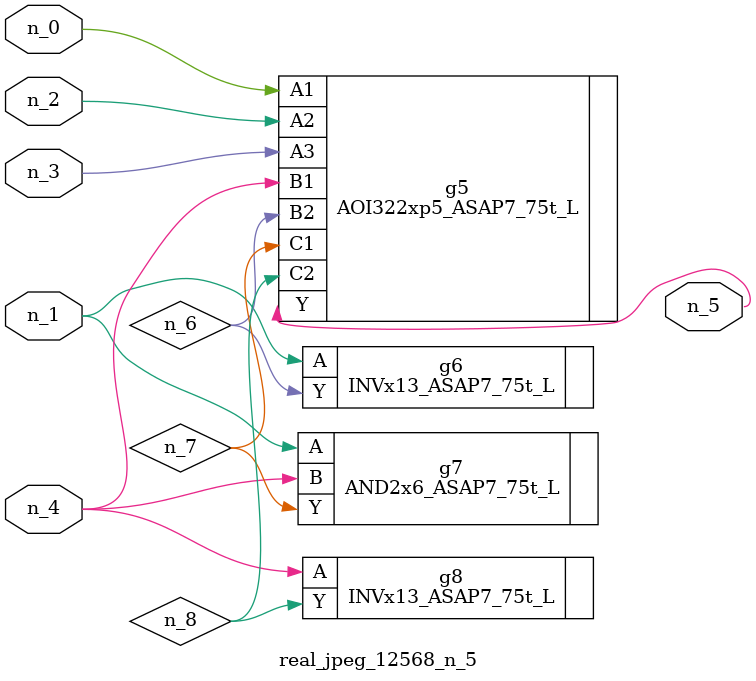
<source format=v>
module real_jpeg_12568_n_5 (n_4, n_0, n_1, n_2, n_3, n_5);

input n_4;
input n_0;
input n_1;
input n_2;
input n_3;

output n_5;

wire n_8;
wire n_6;
wire n_7;

AOI322xp5_ASAP7_75t_L g5 ( 
.A1(n_0),
.A2(n_2),
.A3(n_3),
.B1(n_4),
.B2(n_6),
.C1(n_7),
.C2(n_8),
.Y(n_5)
);

INVx13_ASAP7_75t_L g6 ( 
.A(n_1),
.Y(n_6)
);

AND2x6_ASAP7_75t_L g7 ( 
.A(n_1),
.B(n_4),
.Y(n_7)
);

INVx13_ASAP7_75t_L g8 ( 
.A(n_4),
.Y(n_8)
);


endmodule
</source>
